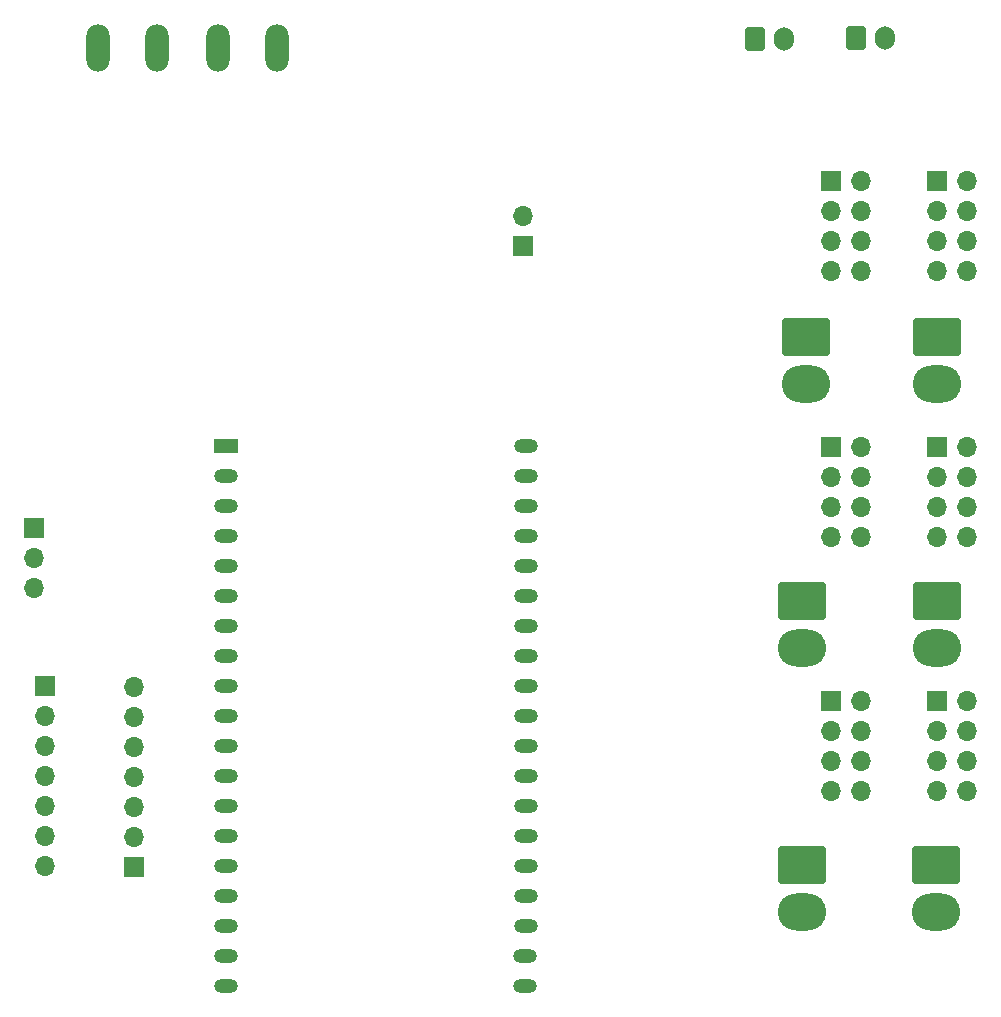
<source format=gbs>
G04 #@! TF.GenerationSoftware,KiCad,Pcbnew,8.0.3-8.0.3-0~ubuntu20.04.1*
G04 #@! TF.CreationDate,2025-01-28T06:04:03-03:00*
G04 #@! TF.ProjectId,hv_pulse_controller,68765f70-756c-4736-955f-636f6e74726f,rev?*
G04 #@! TF.SameCoordinates,Original*
G04 #@! TF.FileFunction,Soldermask,Bot*
G04 #@! TF.FilePolarity,Negative*
%FSLAX46Y46*%
G04 Gerber Fmt 4.6, Leading zero omitted, Abs format (unit mm)*
G04 Created by KiCad (PCBNEW 8.0.3-8.0.3-0~ubuntu20.04.1) date 2025-01-28 06:04:03*
%MOMM*%
%LPD*%
G01*
G04 APERTURE LIST*
G04 Aperture macros list*
%AMRoundRect*
0 Rectangle with rounded corners*
0 $1 Rounding radius*
0 $2 $3 $4 $5 $6 $7 $8 $9 X,Y pos of 4 corners*
0 Add a 4 corners polygon primitive as box body*
4,1,4,$2,$3,$4,$5,$6,$7,$8,$9,$2,$3,0*
0 Add four circle primitives for the rounded corners*
1,1,$1+$1,$2,$3*
1,1,$1+$1,$4,$5*
1,1,$1+$1,$6,$7*
1,1,$1+$1,$8,$9*
0 Add four rect primitives between the rounded corners*
20,1,$1+$1,$2,$3,$4,$5,0*
20,1,$1+$1,$4,$5,$6,$7,0*
20,1,$1+$1,$6,$7,$8,$9,0*
20,1,$1+$1,$8,$9,$2,$3,0*%
G04 Aperture macros list end*
%ADD10R,1.700000X1.700000*%
%ADD11O,1.700000X1.700000*%
%ADD12RoundRect,0.250000X-1.800000X1.330000X-1.800000X-1.330000X1.800000X-1.330000X1.800000X1.330000X0*%
%ADD13O,4.100000X3.160000*%
%ADD14O,2.000000X4.000000*%
%ADD15RoundRect,0.250000X-0.600000X-0.750000X0.600000X-0.750000X0.600000X0.750000X-0.600000X0.750000X0*%
%ADD16O,1.700000X2.000000*%
%ADD17R,2.000000X1.200000*%
%ADD18O,2.000000X1.200000*%
G04 APERTURE END LIST*
D10*
X102500000Y-109820000D03*
D11*
X102500000Y-112360000D03*
X102500000Y-114900000D03*
D12*
X167500000Y-138410000D03*
D13*
X167500000Y-142370000D03*
D12*
X167500000Y-116000000D03*
D13*
X167500000Y-119960000D03*
D12*
X179000000Y-116000000D03*
D13*
X179000000Y-119960000D03*
D10*
X170000000Y-124500000D03*
D11*
X172540000Y-124500000D03*
X170000000Y-127040000D03*
X172540000Y-127040000D03*
X170000000Y-129580000D03*
X172540000Y-129580000D03*
X170000000Y-132120000D03*
X172540000Y-132120000D03*
D10*
X170000000Y-80500000D03*
D11*
X172540000Y-80500000D03*
X170000000Y-83040000D03*
X172540000Y-83040000D03*
X170000000Y-85580000D03*
X172540000Y-85580000D03*
X170000000Y-88120000D03*
X172540000Y-88120000D03*
D10*
X143925000Y-85925000D03*
D11*
X143925000Y-83385000D03*
D10*
X179000000Y-80460000D03*
D11*
X181540000Y-80460000D03*
X179000000Y-83000000D03*
X181540000Y-83000000D03*
X179000000Y-85540000D03*
X181540000Y-85540000D03*
X179000000Y-88080000D03*
X181540000Y-88080000D03*
D12*
X178895000Y-138410000D03*
D13*
X178895000Y-142370000D03*
D10*
X179000000Y-124500000D03*
D11*
X181540000Y-124500000D03*
X179000000Y-127040000D03*
X181540000Y-127040000D03*
X179000000Y-129580000D03*
X181540000Y-129580000D03*
X179000000Y-132120000D03*
X181540000Y-132120000D03*
D10*
X111000000Y-138500000D03*
D11*
X111000000Y-135960000D03*
X111000000Y-133420000D03*
X111000000Y-130880000D03*
X111000000Y-128340000D03*
X111000000Y-125800000D03*
X111000000Y-123260000D03*
D12*
X167895000Y-93660000D03*
D13*
X167895000Y-97620000D03*
D12*
X179000000Y-93660000D03*
D13*
X179000000Y-97620000D03*
D10*
X103450000Y-123210000D03*
D11*
X103450000Y-125750000D03*
X103450000Y-128290000D03*
X103450000Y-130830000D03*
X103450000Y-133370000D03*
X103450000Y-135910000D03*
X103450000Y-138450000D03*
D10*
X170000000Y-102960000D03*
D11*
X172540000Y-102960000D03*
X170000000Y-105500000D03*
X172540000Y-105500000D03*
X170000000Y-108040000D03*
X172540000Y-108040000D03*
X170000000Y-110580000D03*
X172540000Y-110580000D03*
D14*
X118050000Y-69200000D03*
X123050000Y-69200000D03*
D10*
X179000000Y-102960000D03*
D11*
X181540000Y-102960000D03*
X179000000Y-105500000D03*
X181540000Y-105500000D03*
X179000000Y-108040000D03*
X181540000Y-108040000D03*
X179000000Y-110580000D03*
X181540000Y-110580000D03*
D15*
X163550000Y-68400000D03*
D16*
X166050000Y-68400000D03*
D15*
X172100000Y-68375000D03*
D16*
X174600000Y-68375000D03*
D17*
X118725000Y-102871560D03*
D18*
X118725000Y-105411560D03*
X118725000Y-107951560D03*
X118725000Y-110491560D03*
X118725000Y-113031560D03*
X118725000Y-115571560D03*
X118725000Y-118111560D03*
X118725000Y-120651560D03*
X118725000Y-123191560D03*
X118725000Y-125731560D03*
X118725000Y-128271560D03*
X118725000Y-130811560D03*
X118725000Y-133351560D03*
X118725000Y-135891560D03*
X118725000Y-138431560D03*
X118725000Y-140971560D03*
X118725000Y-143511560D03*
X118725000Y-146051560D03*
X118725000Y-148591560D03*
X144121320Y-148588840D03*
X144121320Y-146048840D03*
X144125000Y-143511560D03*
X144125000Y-140971560D03*
X144125000Y-138431560D03*
X144125000Y-135891560D03*
X144125000Y-133351560D03*
X144125000Y-130811560D03*
X144125000Y-128271560D03*
X144125000Y-125731560D03*
X144125000Y-123191560D03*
X144125000Y-120651560D03*
X144125000Y-118111560D03*
X144125000Y-115571560D03*
X144125000Y-113031560D03*
X144125000Y-110491560D03*
X144125000Y-107951560D03*
X144125000Y-105411560D03*
X144125000Y-102871560D03*
D14*
X107900000Y-69200000D03*
X112900000Y-69200000D03*
M02*

</source>
